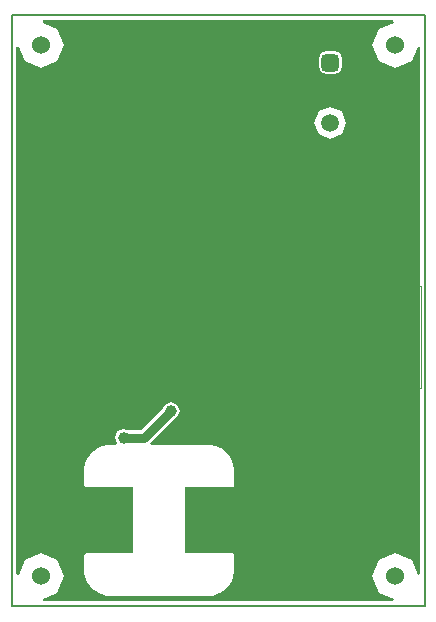
<source format=gbl>
G04 Layer_Physical_Order=2*
G04 Layer_Color=16711680*
%FSLAX43Y43*%
%MOMM*%
G71*
G01*
G75*
%ADD26C,0.800*%
%ADD28C,0.200*%
%ADD29C,0.100*%
%ADD30C,0.050*%
G04:AMPARAMS|DCode=31|XSize=1.5mm|YSize=1.5mm|CornerRadius=0.375mm|HoleSize=0mm|Usage=FLASHONLY|Rotation=270.000|XOffset=0mm|YOffset=0mm|HoleType=Round|Shape=RoundedRectangle|*
%AMROUNDEDRECTD31*
21,1,1.500,0.750,0,0,270.0*
21,1,0.750,1.500,0,0,270.0*
1,1,0.750,-0.375,-0.375*
1,1,0.750,-0.375,0.375*
1,1,0.750,0.375,0.375*
1,1,0.750,0.375,-0.375*
%
%ADD31ROUNDEDRECTD31*%
%ADD32C,1.500*%
%ADD33C,1.524*%
%ADD34C,1.000*%
G36*
X282325Y299592D02*
X282365Y299392D01*
X281122Y298878D01*
X280552Y297500D01*
X281122Y296122D01*
X282500Y295552D01*
X283878Y296122D01*
X284392Y297365D01*
X284592Y297325D01*
X284592Y252675D01*
X284392Y252636D01*
X283878Y253878D01*
X282500Y254448D01*
X281122Y253878D01*
X280552Y252500D01*
X281122Y251122D01*
X282365Y250608D01*
X282325Y250408D01*
X275019Y250408D01*
X261430Y250408D01*
X252675D01*
X252635Y250608D01*
X253878Y251122D01*
X254448Y252500D01*
X253878Y253878D01*
X252500Y254448D01*
X251122Y253878D01*
X250608Y252636D01*
X250408Y252675D01*
X250408Y297325D01*
X250608Y297364D01*
X251122Y296122D01*
X252500Y295552D01*
X253878Y296122D01*
X254448Y297500D01*
X253878Y298878D01*
X252635Y299392D01*
X252675Y299592D01*
X282325Y299592D01*
D02*
G37*
%LPC*%
G36*
X263500Y267258D02*
X262964Y267036D01*
X262856Y266774D01*
X260981Y264899D01*
X259761D01*
X259500Y265008D01*
X258964Y264786D01*
X258742Y264250D01*
X258922Y263816D01*
X258801Y263616D01*
X258153D01*
X258133Y263608D01*
X258111Y263612D01*
X257724Y263535D01*
X257706Y263523D01*
X257684D01*
X257320Y263372D01*
X257304Y263357D01*
X257282Y263352D01*
X256955Y263134D01*
X256942Y263115D01*
X256922Y263107D01*
X256643Y262828D01*
X256635Y262807D01*
X256616Y262795D01*
X256398Y262468D01*
X256393Y262446D01*
X256378Y262430D01*
X256227Y262066D01*
Y262044D01*
X256215Y262026D01*
X256138Y261639D01*
X256142Y261617D01*
X256134Y261597D01*
X256134Y260250D01*
X256197Y260097D01*
X256350Y260034D01*
X260284Y260034D01*
X260284Y254466D01*
X256350Y254466D01*
X256197Y254403D01*
X256197Y254403D01*
X256134Y254250D01*
X256134Y253100D01*
Y252903D01*
X256142Y252883D01*
X256138Y252861D01*
X256215Y252474D01*
X256227Y252456D01*
Y252434D01*
X256378Y252070D01*
X256393Y252054D01*
X256398Y252032D01*
X256616Y251705D01*
X256635Y251692D01*
X256643Y251672D01*
X256922Y251393D01*
X256943Y251385D01*
X256955Y251367D01*
X257282Y251148D01*
X257304Y251143D01*
X257320Y251128D01*
X257684Y250977D01*
X257706D01*
X257724Y250965D01*
X258111Y250888D01*
X258133Y250892D01*
X258153Y250884D01*
X266847D01*
X266867Y250892D01*
X266889Y250888D01*
X267276Y250965D01*
X267294Y250977D01*
X267316D01*
X267680Y251128D01*
X267696Y251143D01*
X267718Y251148D01*
X268045Y251367D01*
X268058Y251385D01*
X268078Y251393D01*
X268357Y251672D01*
X268365Y251692D01*
X268384Y251705D01*
X268602Y252032D01*
X268607Y252054D01*
X268622Y252070D01*
X268773Y252434D01*
Y252456D01*
X268785Y252474D01*
X268862Y252861D01*
X268858Y252883D01*
X268866Y252903D01*
X268866Y254250D01*
X268803Y254403D01*
X268650Y254466D01*
X264716D01*
X264716Y260034D01*
X268650D01*
X268803Y260097D01*
X268866Y260250D01*
X268866Y261350D01*
X268866Y261350D01*
X268866Y261350D01*
X268866Y261363D01*
Y261564D01*
X268858Y261584D01*
X268862Y261606D01*
X268784Y262000D01*
X268772Y262018D01*
Y262040D01*
X268618Y262411D01*
X268603Y262427D01*
X268598Y262448D01*
X268375Y262782D01*
X268357Y262794D01*
X268348Y262815D01*
X268065Y263098D01*
X268044Y263107D01*
X268032Y263125D01*
X267698Y263348D01*
X267677Y263353D01*
X267661Y263368D01*
X267290Y263522D01*
X267268D01*
X267250Y263534D01*
X266856Y263612D01*
X266834Y263608D01*
X266814Y263616D01*
X266613D01*
X266613Y263616D01*
X261771Y263616D01*
X261735Y263816D01*
X263774Y265856D01*
X264036Y265964D01*
X264258Y266500D01*
X264036Y267036D01*
X263500Y267258D01*
D02*
G37*
G36*
X277000Y292273D02*
X276043Y291877D01*
X275647Y290920D01*
X276043Y289963D01*
X277000Y289567D01*
X277957Y289963D01*
X278353Y290920D01*
X277957Y291877D01*
X277000Y292273D01*
D02*
G37*
G36*
X277375Y296997D02*
X276625D01*
X276185Y296815D01*
X276003Y296375D01*
Y295625D01*
X276185Y295185D01*
X276625Y295003D01*
X277375D01*
X277815Y295185D01*
X277997Y295625D01*
Y296375D01*
X277815Y296815D01*
X277375Y296997D01*
D02*
G37*
%LPD*%
D26*
X261250Y264250D02*
X263500Y266500D01*
X259500Y264250D02*
X261250D01*
D28*
X261430Y250000D02*
X275019Y250000D01*
X250000Y250000D02*
X261430D01*
X250000D02*
X250000Y300000D01*
X285000Y300000D01*
X285000Y250000D02*
X285000Y300000D01*
X275019Y250000D02*
X285000Y250000D01*
D29*
X264500Y292750D02*
Y293750D01*
X264000Y293250D02*
X265000D01*
X262500Y272250D02*
X263500D01*
X263000Y271750D02*
Y272750D01*
X274250Y257100D02*
X275250D01*
X274750Y256600D02*
Y257600D01*
X280750Y272750D02*
X281750D01*
X281250Y272250D02*
Y273250D01*
D30*
X256850Y299500D02*
X272150D01*
X256850Y287000D02*
X272150D01*
X256850D02*
Y299500D01*
X272150Y287000D02*
Y299500D01*
X266150Y270450D02*
Y274050D01*
X259850Y270450D02*
Y274050D01*
Y270450D02*
X266150D01*
X259850Y274050D02*
X266150D01*
X271150Y251450D02*
Y262750D01*
X278350Y251450D02*
Y262750D01*
X271150Y251450D02*
X278350D01*
X271150Y262750D02*
X278350D01*
X284650Y268425D02*
Y277075D01*
X277850Y268425D02*
Y277075D01*
X284650D01*
X277850Y268425D02*
X284650D01*
D31*
X277000Y296000D02*
D03*
D32*
Y293460D02*
D03*
Y290920D02*
D03*
D33*
X282500Y297500D02*
D03*
X252500D02*
D03*
X282500Y252500D02*
D03*
X252500D02*
D03*
D34*
X261000Y274500D02*
D03*
X262500D02*
D03*
X259500D02*
D03*
X259500Y264250D02*
D03*
X263500Y266500D02*
D03*
X267500D02*
D03*
X265500D02*
D03*
X261500D02*
D03*
X274750Y268250D02*
D03*
X272500D02*
D03*
X258000Y274500D02*
D03*
Y276000D02*
D03*
Y277500D02*
D03*
Y289500D02*
D03*
Y291000D02*
D03*
X259500Y276000D02*
D03*
Y277500D02*
D03*
Y289500D02*
D03*
Y291000D02*
D03*
X261000Y276000D02*
D03*
Y277500D02*
D03*
Y289500D02*
D03*
Y291000D02*
D03*
X262500Y276000D02*
D03*
Y277500D02*
D03*
Y289500D02*
D03*
Y291000D02*
D03*
X271500Y271500D02*
D03*
Y273000D02*
D03*
X273000Y271500D02*
D03*
Y273000D02*
D03*
X274500Y271500D02*
D03*
Y273000D02*
D03*
X276000Y271500D02*
D03*
Y273000D02*
D03*
X279000D02*
D03*
X280500D02*
D03*
X282000D02*
D03*
M02*

</source>
